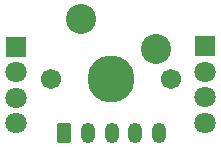
<source format=gbr>
%TF.GenerationSoftware,KiCad,Pcbnew,(6.0.9)*%
%TF.CreationDate,2023-06-19T17:18:25-04:00*%
%TF.ProjectId,ckc-mx,636b632d-6d78-42e6-9b69-6361645f7063,rev?*%
%TF.SameCoordinates,Original*%
%TF.FileFunction,Soldermask,Top*%
%TF.FilePolarity,Negative*%
%FSLAX46Y46*%
G04 Gerber Fmt 4.6, Leading zero omitted, Abs format (unit mm)*
G04 Created by KiCad (PCBNEW (6.0.9)) date 2023-06-19 17:18:25*
%MOMM*%
%LPD*%
G01*
G04 APERTURE LIST*
G04 Aperture macros list*
%AMRoundRect*
0 Rectangle with rounded corners*
0 $1 Rounding radius*
0 $2 $3 $4 $5 $6 $7 $8 $9 X,Y pos of 4 corners*
0 Add a 4 corners polygon primitive as box body*
4,1,4,$2,$3,$4,$5,$6,$7,$8,$9,$2,$3,0*
0 Add four circle primitives for the rounded corners*
1,1,$1+$1,$2,$3*
1,1,$1+$1,$4,$5*
1,1,$1+$1,$6,$7*
1,1,$1+$1,$8,$9*
0 Add four rect primitives between the rounded corners*
20,1,$1+$1,$2,$3,$4,$5,0*
20,1,$1+$1,$4,$5,$6,$7,0*
20,1,$1+$1,$6,$7,$8,$9,0*
20,1,$1+$1,$8,$9,$2,$3,0*%
G04 Aperture macros list end*
%ADD10C,0.120000*%
%ADD11C,1.701800*%
%ADD12C,3.987800*%
%ADD13C,2.540000*%
%ADD14RoundRect,0.250000X-0.350000X-0.625000X0.350000X-0.625000X0.350000X0.625000X-0.350000X0.625000X0*%
%ADD15O,1.200000X1.750000*%
%ADD16R,1.800000X1.800000*%
%ADD17C,1.800000*%
G04 APERTURE END LIST*
D10*
%TO.C,SW1*%
X152749250Y-63341250D02*
G75*
G03*
X152749250Y-63341250I-508000J0D01*
G01*
%TD*%
D11*
%TO.C,SW1*%
X153511250Y-65881250D03*
X143351250Y-65881250D03*
D12*
X148431250Y-65881250D03*
D13*
X145891250Y-60801250D03*
X152241250Y-63341250D03*
%TD*%
D14*
%TO.C,J1*%
X144500000Y-70500000D03*
D15*
X146500000Y-70500000D03*
X148500000Y-70500000D03*
X150500000Y-70500000D03*
X152500000Y-70500000D03*
%TD*%
D16*
%TO.C,LED2*%
X140400000Y-63200000D03*
D17*
X140400000Y-65359000D03*
X140400000Y-67518000D03*
X140400000Y-69677000D03*
%TD*%
D16*
%TO.C,LED1*%
X156400000Y-63160000D03*
D17*
X156400000Y-65319000D03*
X156400000Y-67478000D03*
X156400000Y-69637000D03*
%TD*%
M02*

</source>
